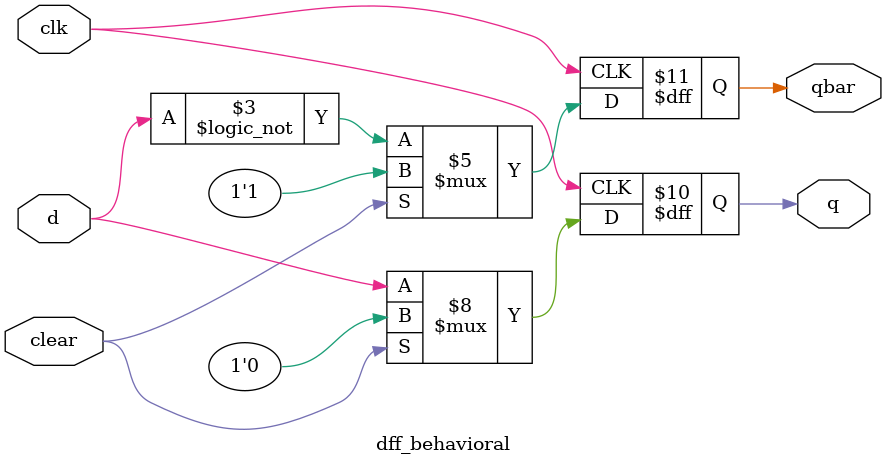
<source format=v>
module dff_behavioral(d,clk,clear,q,qbar); 
input d, clk, clear; 
output reg q, qbar; 
always@(posedge clk) 
begin
if(clear== 1)
begin
q <= 0;
qbar <= 1;
end
else
begin 
q <= d; 
qbar = !d;
end 
end 
endmodule
</source>
